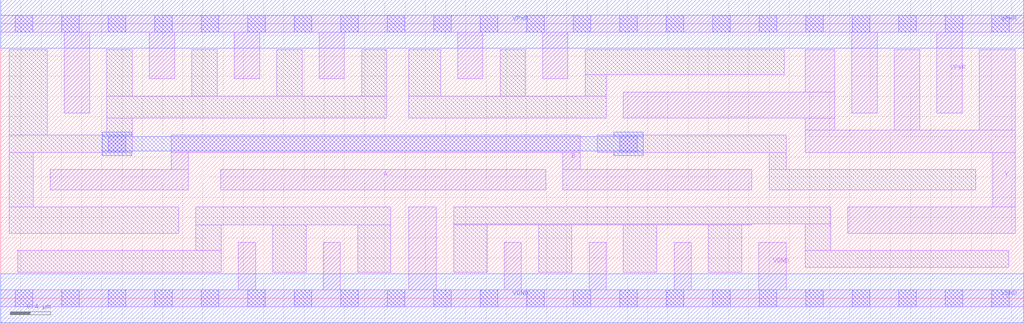
<source format=lef>
# Copyright 2020 The SkyWater PDK Authors
#
# Licensed under the Apache License, Version 2.0 (the "License");
# you may not use this file except in compliance with the License.
# You may obtain a copy of the License at
#
#     https://www.apache.org/licenses/LICENSE-2.0
#
# Unless required by applicable law or agreed to in writing, software
# distributed under the License is distributed on an "AS IS" BASIS,
# WITHOUT WARRANTIES OR CONDITIONS OF ANY KIND, either express or implied.
# See the License for the specific language governing permissions and
# limitations under the License.
#
# SPDX-License-Identifier: Apache-2.0

VERSION 5.7 ;
  NAMESCASESENSITIVE ON ;
  NOWIREEXTENSIONATPIN ON ;
  DIVIDERCHAR "/" ;
  BUSBITCHARS "[]" ;
UNITS
  DATABASE MICRONS 200 ;
END UNITS
MACRO sky130_fd_sc_hd__xnor2_4
  CLASS CORE ;
  SOURCE USER ;
  FOREIGN sky130_fd_sc_hd__xnor2_4 ;
  ORIGIN  0.000000  0.000000 ;
  SIZE  10.12000 BY  2.720000 ;
  SYMMETRY X Y R90 ;
  SITE unithd ;
  PIN A
    ANTENNAGATEAREA  1.980000 ;
    DIRECTION INPUT ;
    USE SIGNAL ;
    PORT
      LAYER li1 ;
        RECT 2.175000 1.075000 5.390000 1.275000 ;
    END
  END A
  PIN B
    ANTENNAGATEAREA  1.980000 ;
    DIRECTION INPUT ;
    USE SIGNAL ;
    PORT
      LAYER li1 ;
        RECT 0.490000 1.075000 1.855000 1.275000 ;
        RECT 1.685000 1.275000 1.855000 1.445000 ;
        RECT 1.685000 1.445000 5.730000 1.615000 ;
        RECT 5.560000 1.075000 7.430000 1.275000 ;
        RECT 5.560000 1.275000 5.730000 1.445000 ;
    END
  END B
  PIN Y
    ANTENNADIFFAREA  1.721000 ;
    DIRECTION OUTPUT ;
    USE SIGNAL ;
    PORT
      LAYER li1 ;
        RECT 6.160000 1.785000  8.250000 2.045000 ;
        RECT 7.960000 1.445000 10.035000 1.665000 ;
        RECT 7.960000 1.665000  8.250000 1.785000 ;
        RECT 7.960000 2.045000  8.250000 2.465000 ;
        RECT 8.380000 0.645000 10.035000 0.905000 ;
        RECT 8.840000 1.665000  9.090000 2.465000 ;
        RECT 9.680000 1.665000 10.035000 2.465000 ;
        RECT 9.815000 0.905000 10.035000 1.445000 ;
    END
  END Y
  PIN VGND
    DIRECTION INOUT ;
    SHAPE ABUTMENT ;
    USE GROUND ;
    PORT
      LAYER li1 ;
        RECT 0.000000 -0.085000 10.120000 0.085000 ;
        RECT 2.350000  0.085000  2.520000 0.555000 ;
        RECT 3.190000  0.085000  3.360000 0.555000 ;
        RECT 4.035000  0.085000  4.310000 0.905000 ;
        RECT 4.980000  0.085000  5.150000 0.555000 ;
        RECT 5.820000  0.085000  5.990000 0.555000 ;
        RECT 6.660000  0.085000  6.830000 0.555000 ;
        RECT 7.500000  0.085000  7.770000 0.555000 ;
      LAYER mcon ;
        RECT 0.145000 -0.085000 0.315000 0.085000 ;
        RECT 0.605000 -0.085000 0.775000 0.085000 ;
        RECT 1.065000 -0.085000 1.235000 0.085000 ;
        RECT 1.525000 -0.085000 1.695000 0.085000 ;
        RECT 1.985000 -0.085000 2.155000 0.085000 ;
        RECT 2.445000 -0.085000 2.615000 0.085000 ;
        RECT 2.905000 -0.085000 3.075000 0.085000 ;
        RECT 3.365000 -0.085000 3.535000 0.085000 ;
        RECT 3.825000 -0.085000 3.995000 0.085000 ;
        RECT 4.285000 -0.085000 4.455000 0.085000 ;
        RECT 4.745000 -0.085000 4.915000 0.085000 ;
        RECT 5.205000 -0.085000 5.375000 0.085000 ;
        RECT 5.665000 -0.085000 5.835000 0.085000 ;
        RECT 6.125000 -0.085000 6.295000 0.085000 ;
        RECT 6.585000 -0.085000 6.755000 0.085000 ;
        RECT 7.045000 -0.085000 7.215000 0.085000 ;
        RECT 7.505000 -0.085000 7.675000 0.085000 ;
        RECT 7.965000 -0.085000 8.135000 0.085000 ;
        RECT 8.425000 -0.085000 8.595000 0.085000 ;
        RECT 8.885000 -0.085000 9.055000 0.085000 ;
        RECT 9.345000 -0.085000 9.515000 0.085000 ;
        RECT 9.805000 -0.085000 9.975000 0.085000 ;
      LAYER met1 ;
        RECT 0.000000 -0.240000 10.120000 0.240000 ;
    END
  END VGND
  PIN VPWR
    DIRECTION INOUT ;
    SHAPE ABUTMENT ;
    USE POWER ;
    PORT
      LAYER li1 ;
        RECT 0.000000 2.635000 10.120000 2.805000 ;
        RECT 0.630000 1.835000  0.880000 2.635000 ;
        RECT 1.470000 2.175000  1.720000 2.635000 ;
        RECT 2.310000 2.175000  2.560000 2.635000 ;
        RECT 3.150000 2.175000  3.400000 2.635000 ;
        RECT 4.520000 2.175000  4.770000 2.635000 ;
        RECT 5.360000 2.175000  5.610000 2.635000 ;
        RECT 8.420000 1.835000  8.670000 2.635000 ;
        RECT 9.260000 1.835000  9.510000 2.635000 ;
      LAYER mcon ;
        RECT 0.145000 2.635000 0.315000 2.805000 ;
        RECT 0.605000 2.635000 0.775000 2.805000 ;
        RECT 1.065000 2.635000 1.235000 2.805000 ;
        RECT 1.525000 2.635000 1.695000 2.805000 ;
        RECT 1.985000 2.635000 2.155000 2.805000 ;
        RECT 2.445000 2.635000 2.615000 2.805000 ;
        RECT 2.905000 2.635000 3.075000 2.805000 ;
        RECT 3.365000 2.635000 3.535000 2.805000 ;
        RECT 3.825000 2.635000 3.995000 2.805000 ;
        RECT 4.285000 2.635000 4.455000 2.805000 ;
        RECT 4.745000 2.635000 4.915000 2.805000 ;
        RECT 5.205000 2.635000 5.375000 2.805000 ;
        RECT 5.665000 2.635000 5.835000 2.805000 ;
        RECT 6.125000 2.635000 6.295000 2.805000 ;
        RECT 6.585000 2.635000 6.755000 2.805000 ;
        RECT 7.045000 2.635000 7.215000 2.805000 ;
        RECT 7.505000 2.635000 7.675000 2.805000 ;
        RECT 7.965000 2.635000 8.135000 2.805000 ;
        RECT 8.425000 2.635000 8.595000 2.805000 ;
        RECT 8.885000 2.635000 9.055000 2.805000 ;
        RECT 9.345000 2.635000 9.515000 2.805000 ;
        RECT 9.805000 2.635000 9.975000 2.805000 ;
      LAYER met1 ;
        RECT 0.000000 2.480000 10.120000 2.960000 ;
    END
  END VPWR
  OBS
    LAYER li1 ;
      RECT 0.085000 0.645000 1.760000 0.905000 ;
      RECT 0.085000 0.905000 0.320000 1.445000 ;
      RECT 0.085000 1.445000 1.300000 1.615000 ;
      RECT 0.085000 1.615000 0.460000 2.465000 ;
      RECT 0.170000 0.255000 2.180000 0.475000 ;
      RECT 1.050000 1.615000 1.300000 1.785000 ;
      RECT 1.050000 1.785000 3.820000 2.005000 ;
      RECT 1.050000 2.005000 1.300000 2.465000 ;
      RECT 1.890000 2.005000 2.140000 2.465000 ;
      RECT 1.930000 0.475000 2.180000 0.725000 ;
      RECT 1.930000 0.725000 3.860000 0.905000 ;
      RECT 2.690000 0.255000 3.020000 0.725000 ;
      RECT 2.730000 2.005000 2.980000 2.465000 ;
      RECT 3.530000 0.255000 3.860000 0.725000 ;
      RECT 3.570000 2.005000 3.820000 2.465000 ;
      RECT 4.035000 1.785000 5.990000 2.005000 ;
      RECT 4.035000 2.005000 4.350000 2.465000 ;
      RECT 4.480000 0.255000 4.810000 0.725000 ;
      RECT 4.480000 0.725000 7.430000 0.735000 ;
      RECT 4.480000 0.735000 8.210000 0.905000 ;
      RECT 4.940000 2.005000 5.190000 2.465000 ;
      RECT 5.320000 0.255000 5.650000 0.725000 ;
      RECT 5.780000 2.005000 5.990000 2.215000 ;
      RECT 5.780000 2.215000 7.750000 2.465000 ;
      RECT 5.900000 1.445000 7.770000 1.615000 ;
      RECT 6.160000 0.255000 6.490000 0.725000 ;
      RECT 7.000000 0.255000 7.330000 0.725000 ;
      RECT 7.600000 1.075000 9.645000 1.275000 ;
      RECT 7.600000 1.275000 7.770000 1.445000 ;
      RECT 7.960000 0.305000 9.970000 0.475000 ;
      RECT 7.960000 0.475000 8.210000 0.735000 ;
    LAYER mcon ;
      RECT 1.065000 1.445000 1.235000 1.615000 ;
      RECT 6.125000 1.445000 6.295000 1.615000 ;
    LAYER met1 ;
      RECT 1.005000 1.415000 1.295000 1.460000 ;
      RECT 1.005000 1.460000 6.355000 1.600000 ;
      RECT 1.005000 1.600000 1.295000 1.645000 ;
      RECT 6.065000 1.415000 6.355000 1.460000 ;
      RECT 6.065000 1.600000 6.355000 1.645000 ;
  END
END sky130_fd_sc_hd__xnor2_4

</source>
